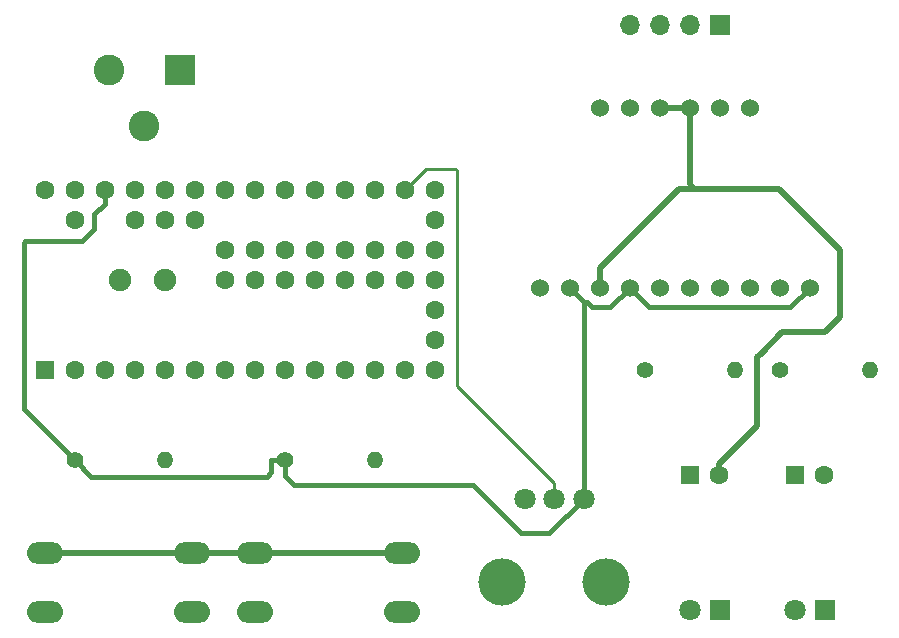
<source format=gbr>
%TF.GenerationSoftware,KiCad,Pcbnew,(5.1.6-0-10_14)*%
%TF.CreationDate,2020-06-20T16:27:27-04:00*%
%TF.ProjectId,PhylumScope_Z,5068796c-756d-4536-936f-70655f5a2e6b,rev?*%
%TF.SameCoordinates,Original*%
%TF.FileFunction,Copper,L2,Bot*%
%TF.FilePolarity,Positive*%
%FSLAX46Y46*%
G04 Gerber Fmt 4.6, Leading zero omitted, Abs format (unit mm)*
G04 Created by KiCad (PCBNEW (5.1.6-0-10_14)) date 2020-06-20 16:27:27*
%MOMM*%
%LPD*%
G01*
G04 APERTURE LIST*
%TA.AperFunction,ComponentPad*%
%ADD10O,1.700000X1.700000*%
%TD*%
%TA.AperFunction,ComponentPad*%
%ADD11R,1.700000X1.700000*%
%TD*%
%TA.AperFunction,ComponentPad*%
%ADD12C,1.800000*%
%TD*%
%TA.AperFunction,WasherPad*%
%ADD13C,4.000000*%
%TD*%
%TA.AperFunction,ComponentPad*%
%ADD14C,1.524000*%
%TD*%
%TA.AperFunction,ComponentPad*%
%ADD15C,1.900000*%
%TD*%
%TA.AperFunction,ComponentPad*%
%ADD16C,1.600000*%
%TD*%
%TA.AperFunction,ComponentPad*%
%ADD17R,1.600000X1.600000*%
%TD*%
%TA.AperFunction,ComponentPad*%
%ADD18O,3.048000X1.850000*%
%TD*%
%TA.AperFunction,ComponentPad*%
%ADD19O,1.400000X1.400000*%
%TD*%
%TA.AperFunction,ComponentPad*%
%ADD20C,1.400000*%
%TD*%
%TA.AperFunction,ComponentPad*%
%ADD21R,2.600000X2.600000*%
%TD*%
%TA.AperFunction,ComponentPad*%
%ADD22C,2.600000*%
%TD*%
%TA.AperFunction,ComponentPad*%
%ADD23R,1.800000X1.800000*%
%TD*%
%TA.AperFunction,Conductor*%
%ADD24C,0.500000*%
%TD*%
%TA.AperFunction,Conductor*%
%ADD25C,0.250000*%
%TD*%
%TA.AperFunction,Conductor*%
%ADD26C,0.400000*%
%TD*%
G04 APERTURE END LIST*
D10*
%TO.P,J2,4*%
%TO.N,Net-(J2-Pad4)*%
X153670000Y-78740000D03*
%TO.P,J2,3*%
%TO.N,Net-(J2-Pad3)*%
X156210000Y-78740000D03*
%TO.P,J2,2*%
%TO.N,Net-(J2-Pad2)*%
X158750000Y-78740000D03*
D11*
%TO.P,J2,1*%
%TO.N,Net-(J2-Pad1)*%
X161290000Y-78740000D03*
%TD*%
D12*
%TO.P,RV1,3*%
%TO.N,/+3.3V*%
X149780000Y-118840000D03*
%TO.P,RV1,2*%
%TO.N,Net-(RV1-Pad2)*%
X147280000Y-118840000D03*
%TO.P,RV1,1*%
%TO.N,GND*%
X144780000Y-118840000D03*
D13*
%TO.P,RV1,*%
%TO.N,*%
X151680000Y-125840000D03*
X142880000Y-125840000D03*
%TD*%
D14*
%TO.P,U2,16*%
%TO.N,Net-(J2-Pad4)*%
X151130000Y-85725000D03*
%TO.P,U2,15*%
%TO.N,Net-(J2-Pad3)*%
X153670000Y-85725000D03*
%TO.P,U2,14*%
%TO.N,GND*%
X156210000Y-85725000D03*
%TO.P,U2,13*%
X158750000Y-85725000D03*
%TO.P,U2,12*%
%TO.N,Net-(J2-Pad2)*%
X161290000Y-85725000D03*
%TO.P,U2,11*%
%TO.N,Net-(J2-Pad1)*%
X163830000Y-85725000D03*
%TO.P,U2,10*%
%TO.N,/+3.3V*%
X168910000Y-100965000D03*
%TO.P,U2,9*%
%TO.N,Net-(U1-Pad6)*%
X166370000Y-100965000D03*
%TO.P,U2,8*%
%TO.N,Net-(U1-Pad7)*%
X163830000Y-100965000D03*
%TO.P,U2,7*%
%TO.N,Net-(U2-Pad7)*%
X161290000Y-100965000D03*
%TO.P,U2,6*%
%TO.N,Net-(U1-Pad8)*%
X158750000Y-100965000D03*
%TO.P,U2,5*%
%TO.N,Net-(U1-Pad9)*%
X156210000Y-100965000D03*
%TO.P,U2,4*%
%TO.N,/+3.3V*%
X153670000Y-100965000D03*
%TO.P,U2,3*%
%TO.N,GND*%
X151130000Y-100965000D03*
%TO.P,U2,2*%
%TO.N,/+3.3V*%
X148590000Y-100965000D03*
%TO.P,U2,1*%
%TO.N,+12V*%
X146050000Y-100965000D03*
%TD*%
D15*
%TO.P,U1,52*%
%TO.N,N/C*%
X110490000Y-100330000D03*
X114300000Y-100330000D03*
D16*
%TO.P,U1,51*%
%TO.N,Net-(U1-Pad51)*%
X119380000Y-97790000D03*
%TO.P,U1,50*%
%TO.N,Net-(U1-Pad50)*%
X121920000Y-97790000D03*
%TO.P,U1,49*%
%TO.N,Net-(U1-Pad49)*%
X124460000Y-97790000D03*
%TO.P,U1,48*%
%TO.N,Net-(U1-Pad48)*%
X127000000Y-97790000D03*
%TO.P,U1,47*%
%TO.N,Net-(U1-Pad47)*%
X129540000Y-97790000D03*
%TO.P,U1,46*%
%TO.N,Net-(U1-Pad46)*%
X132080000Y-97790000D03*
%TO.P,U1,45*%
%TO.N,Net-(U1-Pad45)*%
X134620000Y-97790000D03*
%TO.P,U1,44*%
%TO.N,Net-(U1-Pad44)*%
X134620000Y-100330000D03*
%TO.P,U1,43*%
%TO.N,Net-(U1-Pad43)*%
X132080000Y-100330000D03*
%TO.P,U1,42*%
%TO.N,Net-(U1-Pad42)*%
X129540000Y-100330000D03*
%TO.P,U1,41*%
%TO.N,Net-(U1-Pad41)*%
X127000000Y-100330000D03*
%TO.P,U1,40*%
%TO.N,Net-(U1-Pad40)*%
X124460000Y-100330000D03*
%TO.P,U1,39*%
%TO.N,Net-(U1-Pad39)*%
X121920000Y-100330000D03*
%TO.P,U1,38*%
%TO.N,Net-(U1-Pad38)*%
X119380000Y-100330000D03*
D17*
%TO.P,U1,1*%
%TO.N,GND*%
X104140000Y-107950000D03*
D16*
%TO.P,U1,2*%
%TO.N,Net-(R1-Pad2)*%
X106680000Y-107950000D03*
%TO.P,U1,3*%
%TO.N,Net-(R2-Pad2)*%
X109220000Y-107950000D03*
%TO.P,U1,4*%
%TO.N,Net-(U1-Pad4)*%
X111760000Y-107950000D03*
%TO.P,U1,5*%
%TO.N,Net-(U1-Pad5)*%
X114300000Y-107950000D03*
%TO.P,U1,6*%
%TO.N,Net-(U1-Pad6)*%
X116840000Y-107950000D03*
%TO.P,U1,7*%
%TO.N,Net-(U1-Pad7)*%
X119380000Y-107950000D03*
%TO.P,U1,8*%
%TO.N,Net-(U1-Pad8)*%
X121920000Y-107950000D03*
%TO.P,U1,9*%
%TO.N,Net-(U1-Pad9)*%
X124460000Y-107950000D03*
%TO.P,U1,10*%
%TO.N,Net-(U1-Pad10)*%
X127000000Y-107950000D03*
%TO.P,U1,11*%
%TO.N,Net-(R3-Pad1)*%
X129540000Y-107950000D03*
%TO.P,U1,12*%
%TO.N,Net-(R4-Pad1)*%
X132080000Y-107950000D03*
%TO.P,U1,13*%
%TO.N,Net-(U1-Pad13)*%
X134620000Y-107950000D03*
%TO.P,U1,37*%
%TO.N,Net-(U1-Pad37)*%
X116840000Y-95250000D03*
%TO.P,U1,36*%
%TO.N,Net-(U1-Pad36)*%
X114300000Y-95250000D03*
%TO.P,U1,35*%
%TO.N,Net-(U1-Pad35)*%
X111760000Y-95250000D03*
%TO.P,U1,34*%
%TO.N,Net-(U1-Pad34)*%
X106680000Y-95250000D03*
%TO.P,U1,33*%
%TO.N,Net-(U1-Pad33)*%
X104140000Y-92710000D03*
%TO.P,U1,32*%
%TO.N,Net-(U1-Pad32)*%
X106680000Y-92710000D03*
%TO.P,U1,31*%
%TO.N,/+3.3V*%
X109220000Y-92710000D03*
%TO.P,U1,30*%
%TO.N,Net-(U1-Pad30)*%
X111760000Y-92710000D03*
%TO.P,U1,29*%
%TO.N,Net-(U1-Pad29)*%
X114300000Y-92710000D03*
%TO.P,U1,28*%
%TO.N,Net-(U1-Pad28)*%
X116840000Y-92710000D03*
%TO.P,U1,27*%
%TO.N,Net-(U1-Pad27)*%
X119380000Y-92710000D03*
%TO.P,U1,26*%
%TO.N,Net-(U1-Pad26)*%
X121920000Y-92710000D03*
%TO.P,U1,25*%
%TO.N,Net-(U1-Pad25)*%
X124460000Y-92710000D03*
%TO.P,U1,24*%
%TO.N,Net-(U1-Pad24)*%
X127000000Y-92710000D03*
%TO.P,U1,23*%
%TO.N,Net-(U1-Pad23)*%
X129540000Y-92710000D03*
%TO.P,U1,22*%
%TO.N,Net-(U1-Pad22)*%
X132080000Y-92710000D03*
%TO.P,U1,21*%
%TO.N,Net-(RV1-Pad2)*%
X134620000Y-92710000D03*
%TO.P,U1,14*%
%TO.N,Net-(U1-Pad14)*%
X137160000Y-107950000D03*
%TO.P,U1,15*%
%TO.N,Net-(U1-Pad15)*%
X137160000Y-105410000D03*
%TO.P,U1,16*%
%TO.N,Net-(U1-Pad16)*%
X137160000Y-102870000D03*
%TO.P,U1,20*%
%TO.N,Net-(U1-Pad20)*%
X137160000Y-92710000D03*
%TO.P,U1,19*%
%TO.N,Net-(U1-Pad19)*%
X137160000Y-95250000D03*
%TO.P,U1,18*%
%TO.N,Net-(U1-Pad18)*%
X137160000Y-97790000D03*
%TO.P,U1,17*%
%TO.N,Net-(U1-Pad17)*%
X137160000Y-100330000D03*
%TD*%
D18*
%TO.P,SW_2,2*%
%TO.N,Net-(R2-Pad2)*%
X121920000Y-128400000D03*
%TO.P,SW_2,1*%
%TO.N,GND*%
X121920000Y-123400000D03*
%TO.P,SW_2,2*%
%TO.N,Net-(R2-Pad2)*%
X134420000Y-128400000D03*
%TO.P,SW_2,1*%
%TO.N,GND*%
X134420000Y-123400000D03*
%TD*%
%TO.P,SW_1,2*%
%TO.N,Net-(R1-Pad2)*%
X104140000Y-128400000D03*
%TO.P,SW_1,1*%
%TO.N,GND*%
X104140000Y-123400000D03*
%TO.P,SW_1,2*%
%TO.N,Net-(R1-Pad2)*%
X116640000Y-128400000D03*
%TO.P,SW_1,1*%
%TO.N,GND*%
X116640000Y-123400000D03*
%TD*%
D19*
%TO.P,R4,2*%
%TO.N,Net-(C2-Pad1)*%
X173990000Y-107950000D03*
D20*
%TO.P,R4,1*%
%TO.N,Net-(R4-Pad1)*%
X166370000Y-107950000D03*
%TD*%
%TO.P,R3,1*%
%TO.N,Net-(R3-Pad1)*%
X154940000Y-107950000D03*
D19*
%TO.P,R3,2*%
%TO.N,Net-(C1-Pad1)*%
X162560000Y-107950000D03*
%TD*%
%TO.P,R2,2*%
%TO.N,Net-(R2-Pad2)*%
X132080000Y-115570000D03*
D20*
%TO.P,R2,1*%
%TO.N,/+3.3V*%
X124460000Y-115570000D03*
%TD*%
D19*
%TO.P,R1,2*%
%TO.N,Net-(R1-Pad2)*%
X114300000Y-115570000D03*
D20*
%TO.P,R1,1*%
%TO.N,/+3.3V*%
X106680000Y-115570000D03*
%TD*%
D21*
%TO.P,J1,1*%
%TO.N,+12V*%
X115570000Y-82550000D03*
D22*
%TO.P,J1,2*%
%TO.N,GND*%
X109570000Y-82550000D03*
%TO.P,J1,3*%
X112570000Y-87250000D03*
%TD*%
D12*
%TO.P,D2,2*%
%TO.N,Net-(C2-Pad1)*%
X167640000Y-128270000D03*
D23*
%TO.P,D2,1*%
%TO.N,GND*%
X170180000Y-128270000D03*
%TD*%
D12*
%TO.P,D1,2*%
%TO.N,Net-(C1-Pad1)*%
X158750000Y-128270000D03*
D23*
%TO.P,D1,1*%
%TO.N,GND*%
X161290000Y-128270000D03*
%TD*%
D16*
%TO.P,C2,2*%
%TO.N,GND*%
X170140000Y-116840000D03*
D17*
%TO.P,C2,1*%
%TO.N,Net-(C2-Pad1)*%
X167640000Y-116840000D03*
%TD*%
D16*
%TO.P,C1,2*%
%TO.N,GND*%
X161250000Y-116840000D03*
D17*
%TO.P,C1,1*%
%TO.N,Net-(C1-Pad1)*%
X158750000Y-116840000D03*
%TD*%
D24*
%TO.N,GND*%
X116640000Y-123400000D02*
X104140000Y-123400000D01*
X134420000Y-123400000D02*
X121920000Y-123400000D01*
X121920000Y-123400000D02*
X116640000Y-123400000D01*
X158750000Y-92200000D02*
X158750000Y-85725000D01*
X159125000Y-92575000D02*
X158750000Y-92200000D01*
X158750000Y-85725000D02*
X156210000Y-85725000D01*
X159125000Y-92575000D02*
X157800000Y-92575000D01*
X151130000Y-99245000D02*
X151130000Y-100965000D01*
X157800000Y-92575000D02*
X151130000Y-99245000D01*
X161250000Y-115850000D02*
X161250000Y-116840000D01*
X164475000Y-112625000D02*
X161250000Y-115850000D01*
X166575000Y-104700000D02*
X164750000Y-106525000D01*
X170225000Y-104700000D02*
X166575000Y-104700000D01*
X171450000Y-103475000D02*
X170225000Y-104700000D01*
X164475000Y-106825000D02*
X164475000Y-112625000D01*
X164750000Y-106550000D02*
X164475000Y-106825000D01*
X164750000Y-106525000D02*
X164750000Y-106550000D01*
X171450000Y-97750000D02*
X171450000Y-103475000D01*
X166275000Y-92575000D02*
X171450000Y-97750000D01*
X159125000Y-92575000D02*
X166275000Y-92575000D01*
D25*
%TO.N,Net-(RV1-Pad2)*%
X136398000Y-90932000D02*
X134620000Y-92710000D01*
X138938000Y-90932000D02*
X136398000Y-90932000D01*
X139065000Y-91059000D02*
X138938000Y-90932000D01*
X139065000Y-109300000D02*
X139065000Y-91059000D01*
X147280000Y-117515000D02*
X139065000Y-109300000D01*
X147280000Y-118840000D02*
X147280000Y-117515000D01*
D26*
%TO.N,/+3.3V*%
X149780000Y-102155000D02*
X148590000Y-100965000D01*
X149780000Y-118840000D02*
X149780000Y-102155000D01*
X109220000Y-92710000D02*
X109220000Y-93853000D01*
X109220000Y-93853000D02*
X108331000Y-94742000D01*
X108331000Y-94742000D02*
X108331000Y-96012000D01*
X108331000Y-96012000D02*
X107315000Y-97028000D01*
X107315000Y-97028000D02*
X102489000Y-97028000D01*
X102489000Y-97028000D02*
X102362000Y-97155000D01*
X102362000Y-111252000D02*
X106680000Y-115570000D01*
X102362000Y-97155000D02*
X102362000Y-111252000D01*
X124460000Y-115570000D02*
X123317000Y-115570000D01*
X123317000Y-115570000D02*
X123317000Y-116586000D01*
X123317000Y-116586000D02*
X122936000Y-116967000D01*
X108077000Y-116967000D02*
X106680000Y-115570000D01*
X122936000Y-116967000D02*
X108077000Y-116967000D01*
X149780000Y-102155000D02*
X150034000Y-102155000D01*
X150034000Y-102155000D02*
X150495000Y-102616000D01*
X152019000Y-102616000D02*
X153670000Y-100965000D01*
X150495000Y-102616000D02*
X152019000Y-102616000D01*
X153670000Y-100965000D02*
X155321000Y-102616000D01*
X167259000Y-102616000D02*
X168910000Y-100965000D01*
X155321000Y-102616000D02*
X167259000Y-102616000D01*
X124460000Y-115570000D02*
X124460000Y-116935000D01*
X124460000Y-116935000D02*
X125200000Y-117675000D01*
X125200000Y-117675000D02*
X140375000Y-117675000D01*
X140375000Y-117675000D02*
X144450000Y-121750000D01*
X146870000Y-121750000D02*
X149780000Y-118840000D01*
X144450000Y-121750000D02*
X146870000Y-121750000D01*
%TD*%
M02*

</source>
